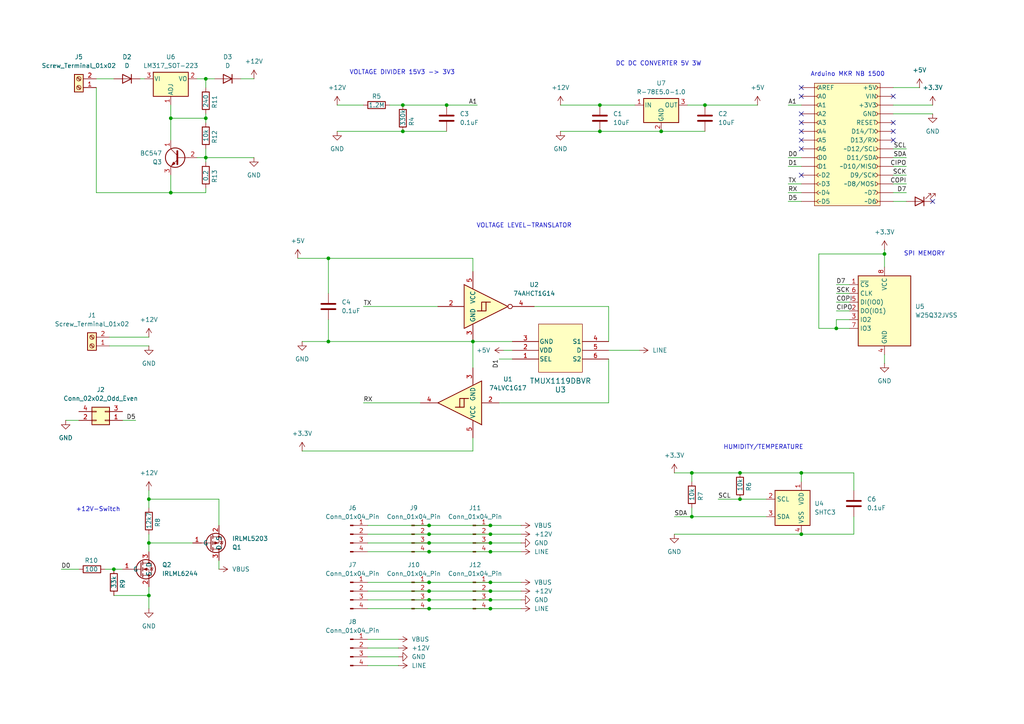
<source format=kicad_sch>
(kicad_sch (version 20250114) (generator "eeschema") (generator_version "9.0")
  (paper "A4")
  (title_block (title "Ryujin") (date "2024-12-21") (rev "17") (company "Julius-Maximilians-Universität Würzburg"))
  (lib_symbols
    (symbol "74xGxx:74AHCT1G14"
      (property "Reference" "U" (at 0 3.81 0))
      (property "Value" "74AHCT1G14" (at 0 -3.81 0))
      (symbol "74AHCT1G14_1_1"
        (pin input line (at -15.24 0 0) (length 7.62) (name "~") (number "2"))
        (pin no_connect line (at -7.62 5.08 180) (length 5.08) (hide yes) (name "NC") (number "1"))
        (pin power_in line (at -5.08 10.16 270) (length 5.08) (name "VCC") (number "5"))
        (pin power_in line (at -5.08 -10.16 90) (length 5.08) (name "GND") (number "3"))
        (pin output inverted (at 12.7 0 180) (length 7.62) (name "~") (number "4"))
      )
    )
    (symbol "74xGxx:74LVC1G17"
      (property "Reference" "U" (at 0 3.81 0))
      (property "Value" "74LVC1G17" (at 0 -3.81 0))
      (symbol "74LVC1G17_1_1"
        (pin input line (at -12.7 0 0) (length 5.08) (name "~") (number "2"))
        (pin no_connect line (at -7.62 5.08 180) (length 5.08) (hide yes) (name "NC") (number "1"))
        (pin power_in line (at -5.08 10.16 270) (length 5.08) (name "VCC") (number "5"))
        (pin power_in line (at -5.08 -10.16 90) (length 5.08) (name "GND") (number "3"))
        (pin output line (at 10.16 0 180) (length 5.08) (name "~") (number "4"))
      )
    )
    (symbol "Conn_01x14_Socket_1" (pin_numbers (hide yes)) (pin_names (offset 1.016))
      (property "Reference" "J3" (at 1.27 0.0001 0))
      (symbol "Conn_01x14_Socket_1_1_1"
        (pin passive line (at -5.08 15.24 0) (length 3.81) (name "AREF") (number "1"))
        (pin passive line (at -5.08 12.7 0) (length 3.81) (name "A0") (number "2"))
        (pin passive line (at -5.08 10.16 0) (length 3.81) (name "A1") (number "3"))
        (pin passive line (at -5.08 7.62 0) (length 3.81) (name "A2") (number "4"))
        (pin passive line (at -5.08 5.08 0) (length 3.81) (name "A3") (number "5"))
        (pin passive line (at -5.08 2.54 0) (length 3.81) (name "A4") (number "6"))
        (pin passive line (at -5.08 0 0) (length 3.81) (name "A5") (number "7"))
        (pin passive line (at -5.08 -2.54 0) (length 3.81) (name "A6") (number "8"))
        (pin passive line (at -5.08 -5.08 0) (length 3.81) (name "D0") (number "9"))
        (pin passive line (at -5.08 -7.62 0) (length 3.81) (name "D1") (number "10"))
        (pin passive line (at -5.08 -10.16 0) (length 3.81) (name "~D2") (number "11"))
        (pin passive line (at -5.08 -12.7 0) (length 3.81) (name "~D3") (number "12"))
        (pin passive line (at -5.08 -15.24 0) (length 3.81) (name "~D4") (number "13"))
        (pin passive line (at -5.08 -17.78 0) (length 3.81) (name "~D5") (number "14"))
      )
    )
    (symbol "Connector:Conn_01x04_Pin" (pin_names (offset 1.016) (hide yes))
      (property "Reference" "J" (at 0 5.08 0))
      (property "Value" "Conn_01x04_Pin" (at 0 -7.62 0))
      (symbol "Conn_01x04_Pin_1_1"
        (pin passive line (at 5.08 2.54 180) (length 3.81) (name "Pin_1") (number "1"))
        (pin passive line (at 5.08 0 180) (length 3.81) (name "Pin_2") (number "2"))
        (pin passive line (at 5.08 -2.54 180) (length 3.81) (name "Pin_3") (number "3"))
        (pin passive line (at 5.08 -5.08 180) (length 3.81) (name "Pin_4") (number "4"))
      )
    )
    (symbol "Connector:Conn_01x14_Socket" (pin_numbers (hide yes)) (pin_names (offset 1.016))
      (property "Reference" "J4" (at 1.27 0.0001 0))
      (property "Value" "Conn_01x14_Socket" (at 1.27 -2.5399 0))
      (symbol "Conn_01x14_Socket_1_1"
        (pin passive line (at -5.08 15.24 0) (length 3.81) (name "+5V") (number "1"))
        (pin passive line (at -5.08 12.7 0) (length 3.81) (name "VIN") (number "2"))
        (pin passive line (at -5.08 10.16 0) (length 3.81) (name "+3V3") (number "3"))
        (pin passive line (at -5.08 7.62 0) (length 3.81) (name "GND") (number "4"))
        (pin passive line (at -5.08 5.08 0) (length 3.81) (name "RESET") (number "5"))
        (pin passive line (at -5.08 2.54 0) (length 3.81) (name "D14/TX") (number "6"))
        (pin passive line (at -5.08 0 0) (length 3.81) (name "D13/RX") (number "7"))
        (pin passive line (at -5.08 -2.54 0) (length 3.81) (name "~D12/SCL") (number "8"))
        (pin passive line (at -5.08 -5.08 0) (length 3.81) (name "D11/SDA") (number "9"))
        (pin passive line (at -5.08 -7.62 0) (length 3.81) (name "~D10/MISO") (number "10"))
        (pin passive line (at -5.08 -10.16 0) (length 3.81) (name "D9/SCK") (number "11"))
        (pin passive line (at -5.08 -12.7 0) (length 3.81) (name "~D8/MOSI") (number "12"))
        (pin passive line (at -5.08 -15.24 0) (length 3.81) (name "~D7") (number "13"))
        (pin passive line (at -5.08 -17.78 0) (length 3.81) (name "~D6") (number "14"))
      )
    )
    (symbol "Connector:Screw_Terminal_01x02" (pin_names (offset 1.016) (hide yes))
      (property "Reference" "J" (at 0 2.54 0))
      (property "Value" "Screw_Terminal_01x02" (at 0 -5.08 0))
      (symbol "Screw_Terminal_01x02_1_1"
        (pin passive line (at -5.08 0 0) (length 3.81) (name "Pin_1") (number "1"))
        (pin passive line (at -5.08 -2.54 0) (length 3.81) (name "Pin_2") (number "2"))
      )
    )
    (symbol "Connector_Generic:Conn_02x02_Odd_Even" (pin_names (offset 1.016) (hide yes))
      (property "Reference" "J" (at 1.27 2.54 0))
      (property "Value" "Conn_02x02_Odd_Even" (at 1.27 -5.08 0))
      (symbol "Conn_02x02_Odd_Even_1_1"
        (pin passive line (at -5.08 0 0) (length 3.81) (name "Pin_1") (number "1"))
        (pin passive line (at -5.08 -2.54 0) (length 3.81) (name "Pin_3") (number "3"))
        (pin passive line (at 7.62 0 180) (length 3.81) (name "Pin_2") (number "2"))
        (pin passive line (at 7.62 -2.54 180) (length 3.81) (name "Pin_4") (number "4"))
      )
    )
    (symbol "Device:C" (pin_numbers (hide yes)) (pin_names (offset 0.254))
      (property "Reference" "C" (at 0.635 2.54 0))
      (property "Value" "C" (at 0.635 -2.54 0))
      (symbol "C_1_1"
        (pin passive line (at 0 3.81 270) (length 2.794) (name "~") (number "1"))
        (pin passive line (at 0 -3.81 90) (length 2.794) (name "~") (number "2"))
      )
    )
    (symbol "Device:D" (pin_numbers (hide yes)) (pin_names (offset 1.016) (hide yes))
      (property "Reference" "D" (at 0 2.54 0))
      (property "Value" "D" (at 0 -2.54 0))
      (symbol "D_1_1"
        (pin passive line (at -3.81 0 0) (length 2.54) (name "K") (number "1"))
        (pin passive line (at 3.81 0 180) (length 2.54) (name "A") (number "2"))
      )
    )
    (symbol "Device:LED" (pin_numbers (hide yes)) (pin_names (offset 1.016) (hide yes))
      (property "Reference" "D" (at 0 2.54 0))
      (property "Value" "LED" (at 0 -2.54 0))
      (symbol "LED_1_1"
        (pin passive line (at -3.81 0 0) (length 2.54) (name "K") (number "1"))
        (pin passive line (at 3.81 0 180) (length 2.54) (name "A") (number "2"))
      )
    )
    (symbol "Device:R" (pin_numbers (hide yes)) (pin_names (offset 0))
      (property "Reference" "R" (at 2.032 0 90))
      (property "Value" "R" (at 0 0 90))
      (symbol "R_1_1"
        (pin passive line (at 0 3.81 270) (length 1.27) (name "~") (number "1"))
        (pin passive line (at 0 -3.81 90) (length 1.27) (name "~") (number "2"))
      )
    )
    (symbol "Memory_Flash:W25Q32JVSS"
      (property "Reference" "U" (at -6.35 11.43 0))
      (property "Value" "W25Q32JVSS" (at 7.62 11.43 0))
      (symbol "W25Q32JVSS_1_1"
        (pin input line (at -10.16 7.62 0) (length 2.54) (name "~{CS}") (number "1"))
        (pin input line (at -10.16 5.08 0) (length 2.54) (name "CLK") (number "6"))
        (pin bidirectional line (at -10.16 2.54 0) (length 2.54) (name "DI(IO0)") (number "5"))
        (pin bidirectional line (at -10.16 0 0) (length 2.54) (name "DO(IO1)") (number "2"))
        (pin bidirectional line (at -10.16 -2.54 0) (length 2.54) (name "IO2") (number "3"))
        (pin bidirectional line (at -10.16 -5.08 0) (length 2.54) (name "IO3") (number "7"))
        (pin power_in line (at 0 12.7 270) (length 2.54) (name "VCC") (number "8"))
        (pin power_in line (at 0 -12.7 90) (length 2.54) (name "GND") (number "4"))
      )
    )
    (symbol "Regulator_Linear:LM317_SOT-223" (pin_names (offset 0.254))
      (property "Reference" "U" (at -3.81 3.175 0))
      (property "Value" "LM317_SOT-223" (at 0 3.175 0))
      (symbol "LM317_SOT-223_1_1"
        (pin power_in line (at -7.62 0 0) (length 2.54) (name "VI") (number "3"))
        (pin input line (at 0 -7.62 90) (length 2.54) (name "ADJ") (number "1"))
        (pin power_out line (at 7.62 0 180) (length 2.54) (name "VO") (number "2"))
      )
    )
    (symbol "Regulator_Switching:R-78E5.0-1.0" (pin_names (offset 0.254))
      (property "Reference" "U" (at -3.81 3.175 0))
      (property "Value" "R-78E5.0-1.0" (at 0 3.175 0))
      (symbol "R-78E5.0-1.0_1_1"
        (pin power_in line (at -7.62 0 0) (length 2.54) (name "IN") (number "1"))
        (pin power_in line (at 0 -7.62 90) (length 2.54) (name "GND") (number "2"))
        (pin power_out line (at 7.62 0 180) (length 2.54) (name "OUT") (number "3"))
      )
    )
    (symbol "Sensor_Humidity:SHTC3"
      (property "Reference" "U" (at -3.81 6.35 0))
      (property "Value" "SHTC3" (at -2.54 -6.35 0))
      (symbol "SHTC3_1_1"
        (pin input line (at -7.62 2.54 0) (length 2.54) (name "SCL") (number "2"))
        (pin bidirectional line (at -7.62 -2.54 0) (length 2.54) (name "SDA") (number "3"))
        (pin power_in line (at 2.54 7.62 270) (length 2.54) (name "VDD") (number "1"))
        (pin power_in line (at 2.54 -7.62 90) (length 2.54) (name "VSS") (number "4"))
        (pin no_connect line (at 5.08 0 180) (length 2.54) (hide yes) (name "NC") (number "5"))
      )
    )
    (symbol "TMUXDBV:TMUX1119DBVR" (pin_names (offset 0.254))
      (property "Reference" "U" (at 14.224 8.128 0))
      (property "Value" "TMUX1119DBVR" (at 14.224 5.588 0))
      (symbol "TMUX1119DBVR_0_1"
        (pin input line (at 0 0 0) (length 7.62) (name "SEL") (number "1"))
        (pin power_in line (at 0 -2.54 0) (length 7.62) (name "VDD") (number "2"))
        (pin power_out line (at 0 -5.08 0) (length 7.62) (name "GND") (number "3"))
        (pin bidirectional line (at 27.94 0 180) (length 7.62) (name "S2") (number "6"))
        (pin bidirectional line (at 27.94 -2.54 180) (length 7.62) (name "D") (number "5"))
        (pin bidirectional line (at 27.94 -5.08 180) (length 7.62) (name "S1") (number "4"))
      )
    )
    (symbol "Transistor_BJT:BC547" (pin_names (offset 0) (hide yes))
      (property "Reference" "Q" (at 5.08 1.905 0))
      (property "Value" "BC547" (at 5.08 0 0))
      (symbol "BC547_1_1"
        (pin input line (at -5.08 0 0) (length 2.54) (name "B") (number "2"))
        (pin passive line (at 2.54 5.08 270) (length 2.54) (name "C") (number "1"))
        (pin passive line (at 2.54 -5.08 90) (length 2.54) (name "E") (number "3"))
      )
    )
    (symbol "Transistor_FET:IRLML5203"
      (property "Reference" "Q" (at 5.08 1.905 0))
      (property "Value" "IRLML5203" (at 5.08 0 0))
      (symbol "IRLML5203_1_1"
        (pin input line (at -5.08 0 0) (length 2.54) (name "G") (number "1"))
        (pin passive line (at 2.54 5.08 270) (length 2.54) (name "D") (number "3"))
        (pin passive line (at 2.54 -5.08 90) (length 2.54) (name "S") (number "2"))
      )
    )
    (symbol "Transistor_FET:IRLML6244"
      (property "Reference" "Q" (at 5.08 1.905 0))
      (property "Value" "IRLML6244" (at 5.08 0 0))
      (symbol "IRLML6244_1_1"
        (pin input line (at -5.08 0 0) (length 2.54) (name "G") (number "1"))
        (pin passive line (at 2.54 5.08 270) (length 2.54) (name "D") (number "3"))
        (pin passive line (at 2.54 -5.08 90) (length 2.54) (name "S") (number "2"))
      )
    )
    (symbol "power:+12V" (power) (pin_numbers (hide yes)) (pin_names (offset 0) (hide yes))
      (property "Value" "+12V" (at 0 3.556 0))
      (symbol "+12V_1_1"
        (pin power_in line (at 0 0 90) (length 0) (name "~") (number "1"))
      )
    )
    (symbol "power:+3.3V" (power) (pin_numbers (hide yes)) (pin_names (offset 0) (hide yes))
      (property "Value" "+3.3V" (at 0 3.556 0))
      (symbol "+3.3V_1_1"
        (pin power_in line (at 0 0 90) (length 0) (name "~") (number "1"))
      )
    )
    (symbol "power:+5V" (power) (pin_numbers (hide yes)) (pin_names (offset 0) (hide yes))
      (property "Value" "+5V" (at 0 3.556 0))
      (symbol "+5V_1_1"
        (pin power_in line (at 0 0 90) (length 0) (name "~") (number "1"))
      )
    )
    (symbol "power:GND" (power) (pin_numbers (hide yes)) (pin_names (offset 0) (hide yes))
      (property "Value" "GND" (at 0 -3.81 0))
      (symbol "GND_1_1"
        (pin power_in line (at 0 0 270) (length 0) (name "~") (number "1"))
      )
    )
    (symbol "power:LINE" (power) (pin_numbers (hide yes)) (pin_names (offset 0) (hide yes))
      (property "Value" "LINE" (at 0 3.556 0))
      (symbol "LINE_1_1"
        (pin power_in line (at 0 0 90) (length 0) (name "~") (number "1"))
      )
    )
    (symbol "power:VBUS" (power) (pin_numbers (hide yes)) (pin_names (offset 0) (hide yes))
      (property "Value" "VBUS" (at 0 3.556 0))
      (symbol "VBUS_1_1"
        (pin power_in line (at 0 0 90) (length 0) (name "~") (number "1"))
      )
    )
  )
  (rectangle (start 236.22 24.13) (end 255.27 59.69) (stroke (width 0) (color 132 0 0 1)) (fill (type color) (color 255 255 194 1)))
  (text "HUMIDITY/TEMPERATURE" (at 209.804 129.794 0) (effects (font (size 1.27 1.27)) (justify left)))
  (text "+12V-Switch" (at 28.448 147.828 0) (effects (font (size 1.27 1.27))))
  (text "VOLTAGE LEVEL-TRANSLATOR" (at 138.176 65.532 0) (effects (font (size 1.27 1.27)) (justify left)))
  (text "VOLTAGE DIVIDER 15V3 -> 3V3" (at 101.346 21.082 0) (effects (font (size 1.27 1.27)) (justify left)))
  (text "SPI MEMORY" (at 262.128 73.66 0) (effects (font (size 1.27 1.27)) (justify left)))
  (text "Arduino MKR NB 1500" (at 245.872 21.59 0) (effects (font (size 1.27 1.27))))
  (text "DC DC CONVERTER 5V 3W" (at 178.562 18.542 0) (effects (font (size 1.27 1.27)) (justify left)))
  (junction (at 142.24 152.4))
  (junction (at 95.25 99.06))
  (junction (at 242.57 95.25))
  (junction (at 142.24 154.94))
  (junction (at 49.53 34.29))
  (junction (at 49.53 55.88))
  (junction (at 59.69 22.86))
  (junction (at 129.54 30.48))
  (junction (at 142.24 176.53))
  (junction (at 59.69 45.72))
  (junction (at 43.18 157.48))
  (junction (at 214.63 137.16))
  (junction (at 142.24 160.02))
  (junction (at 142.24 168.91))
  (junction (at 191.77 38.1))
  (junction (at 173.99 30.48))
  (junction (at 116.84 30.48))
  (junction (at 204.47 30.48))
  (junction (at 142.24 173.99))
  (junction (at 124.46 157.48))
  (junction (at 124.46 160.02))
  (junction (at 124.46 176.53))
  (junction (at 116.84 38.1))
  (junction (at 95.25 74.93))
  (junction (at 256.54 73.66))
  (junction (at 43.18 172.72))
  (junction (at 124.46 154.94))
  (junction (at 124.46 171.45))
  (junction (at 124.46 173.99))
  (junction (at 43.18 144.78))
  (junction (at 137.16 99.06))
  (junction (at 200.66 137.16))
  (junction (at 232.41 137.16))
  (junction (at 124.46 168.91))
  (junction (at 142.24 171.45))
  (junction (at 214.63 144.78))
  (junction (at 232.41 154.94))
  (junction (at 59.69 34.29))
  (junction (at 124.46 152.4))
  (junction (at 33.02 165.1))
  (junction (at 142.24 157.48))
  (junction (at 200.66 149.86))
  (junction (at 173.99 38.1))
  (no_connect (at 232.41 50.8))
  (no_connect (at 232.41 33.02))
  (no_connect (at 259.08 27.94))
  (no_connect (at 232.41 25.4))
  (no_connect (at 270.51 58.42))
  (no_connect (at 232.41 40.64))
  (no_connect (at 259.08 40.64))
  (no_connect (at 232.41 43.18))
  (no_connect (at 232.41 27.94))
  (no_connect (at 259.08 38.1))
  (no_connect (at 232.41 35.56))
  (no_connect (at 259.08 35.56))
  (no_connect (at 232.41 38.1))
  (wire (pts (xy 43.18 144.78) (xy 43.18 147.32)))
  (wire (pts (xy 256.54 102.87) (xy 256.54 105.41)))
  (wire (pts (xy 33.02 172.72) (xy 43.18 172.72)))
  (wire (pts (xy 266.7 25.4) (xy 259.08 25.4)))
  (wire (pts (xy 142.24 173.99) (xy 151.13 173.99)))
  (wire (pts (xy 199.39 30.48) (xy 204.47 30.48)))
  (wire (pts (xy 27.94 22.86) (xy 33.02 22.86)))
  (wire (pts (xy 97.79 38.1) (xy 116.84 38.1)))
  (wire (pts (xy 195.58 137.16) (xy 200.66 137.16)))
  (wire (pts (xy 137.16 74.93) (xy 137.16 78.74)))
  (wire (pts (xy 137.16 99.06) (xy 137.16 106.68)))
  (wire (pts (xy 59.69 34.29) (xy 59.69 35.56)))
  (wire (pts (xy 247.65 142.24) (xy 247.65 137.16)))
  (wire (pts (xy 142.24 160.02) (xy 151.13 160.02)))
  (wire (pts (xy 232.41 154.94) (xy 247.65 154.94)))
  (wire (pts (xy 124.46 152.4) (xy 142.24 152.4)))
  (wire (pts (xy 246.38 92.71) (xy 242.57 92.71)))
  (wire (pts (xy 232.41 154.94) (xy 195.58 154.94)))
  (wire (pts (xy 59.69 22.86) (xy 59.69 25.4)))
  (wire (pts (xy 59.69 33.02) (xy 59.69 34.29)))
  (wire (pts (xy 262.89 50.8) (xy 259.08 50.8)))
  (wire (pts (xy 106.68 171.45) (xy 124.46 171.45)))
  (wire (pts (xy 105.41 116.84) (xy 121.92 116.84)))
  (wire (pts (xy 106.68 176.53) (xy 124.46 176.53)))
  (wire (pts (xy 142.24 171.45) (xy 151.13 171.45)))
  (wire (pts (xy 40.64 22.86) (xy 41.91 22.86)))
  (wire (pts (xy 116.84 38.1) (xy 129.54 38.1)))
  (wire (pts (xy 176.53 88.9) (xy 176.53 99.06)))
  (wire (pts (xy 137.16 127) (xy 137.16 130.81)))
  (wire (pts (xy 176.53 104.14) (xy 176.53 116.84)))
  (wire (pts (xy 106.68 154.94) (xy 124.46 154.94)))
  (wire (pts (xy 43.18 154.94) (xy 43.18 157.48)))
  (wire (pts (xy 113.03 30.48) (xy 116.84 30.48)))
  (wire (pts (xy 262.89 45.72) (xy 259.08 45.72)))
  (wire (pts (xy 105.41 88.9) (xy 127 88.9)))
  (wire (pts (xy 242.57 90.17) (xy 246.38 90.17)))
  (wire (pts (xy 144.78 104.14) (xy 148.59 104.14)))
  (wire (pts (xy 19.05 121.92) (xy 22.86 121.92)))
  (wire (pts (xy 173.99 30.48) (xy 184.15 30.48)))
  (wire (pts (xy 237.49 73.66) (xy 256.54 73.66)))
  (wire (pts (xy 17.78 165.1) (xy 22.86 165.1)))
  (wire (pts (xy 43.18 97.79) (xy 31.75 97.79)))
  (wire (pts (xy 146.05 101.6) (xy 148.59 101.6)))
  (wire (pts (xy 247.65 137.16) (xy 232.41 137.16)))
  (wire (pts (xy 57.15 45.72) (xy 59.69 45.72)))
  (wire (pts (xy 43.18 157.48) (xy 55.88 157.48)))
  (wire (pts (xy 59.69 54.61) (xy 59.69 55.88)))
  (wire (pts (xy 49.53 34.29) (xy 59.69 34.29)))
  (wire (pts (xy 106.68 173.99) (xy 124.46 173.99)))
  (wire (pts (xy 200.66 147.32) (xy 200.66 149.86)))
  (wire (pts (xy 200.66 149.86) (xy 222.25 149.86)))
  (wire (pts (xy 228.6 48.26) (xy 232.41 48.26)))
  (wire (pts (xy 142.24 154.94) (xy 151.13 154.94)))
  (wire (pts (xy 39.37 121.92) (xy 35.56 121.92)))
  (wire (pts (xy 95.25 74.93) (xy 137.16 74.93)))
  (wire (pts (xy 256.54 72.39) (xy 256.54 73.66)))
  (wire (pts (xy 242.57 92.71) (xy 242.57 95.25)))
  (wire (pts (xy 195.58 149.86) (xy 200.66 149.86)))
  (wire (pts (xy 124.46 168.91) (xy 142.24 168.91)))
  (wire (pts (xy 63.5 162.56) (xy 63.5 165.1)))
  (wire (pts (xy 43.18 142.24) (xy 43.18 144.78)))
  (wire (pts (xy 237.49 95.25) (xy 237.49 73.66)))
  (wire (pts (xy 106.68 152.4) (xy 124.46 152.4)))
  (wire (pts (xy 49.53 34.29) (xy 49.53 40.64)))
  (wire (pts (xy 106.68 168.91) (xy 124.46 168.91)))
  (wire (pts (xy 270.51 33.02) (xy 259.08 33.02)))
  (wire (pts (xy 63.5 152.4) (xy 63.5 144.78)))
  (wire (pts (xy 142.24 157.48) (xy 151.13 157.48)))
  (wire (pts (xy 31.75 100.33) (xy 43.18 100.33)))
  (wire (pts (xy 247.65 149.86) (xy 247.65 154.94)))
  (wire (pts (xy 142.24 168.91) (xy 151.13 168.91)))
  (wire (pts (xy 124.46 176.53) (xy 142.24 176.53)))
  (wire (pts (xy 49.53 50.8) (xy 49.53 55.88)))
  (wire (pts (xy 228.6 30.48) (xy 232.41 30.48)))
  (wire (pts (xy 204.47 30.48) (xy 219.71 30.48)))
  (wire (pts (xy 106.68 157.48) (xy 124.46 157.48)))
  (wire (pts (xy 246.38 82.55) (xy 242.57 82.55)))
  (wire (pts (xy 237.49 95.25) (xy 242.57 95.25)))
  (wire (pts (xy 106.68 190.5) (xy 115.57 190.5)))
  (wire (pts (xy 57.15 22.86) (xy 59.69 22.86)))
  (wire (pts (xy 87.63 99.06) (xy 95.25 99.06)))
  (wire (pts (xy 69.85 22.86) (xy 73.66 22.86)))
  (wire (pts (xy 214.63 137.16) (xy 232.41 137.16)))
  (wire (pts (xy 43.18 170.18) (xy 43.18 172.72)))
  (wire (pts (xy 242.57 87.63) (xy 246.38 87.63)))
  (wire (pts (xy 95.25 99.06) (xy 137.16 99.06)))
  (wire (pts (xy 270.51 30.48) (xy 259.08 30.48)))
  (wire (pts (xy 228.6 45.72) (xy 232.41 45.72)))
  (wire (pts (xy 214.63 144.78) (xy 222.25 144.78)))
  (wire (pts (xy 256.54 73.66) (xy 256.54 77.47)))
  (wire (pts (xy 129.54 30.48) (xy 138.43 30.48)))
  (wire (pts (xy 59.69 22.86) (xy 62.23 22.86)))
  (wire (pts (xy 137.16 99.06) (xy 148.59 99.06)))
  (wire (pts (xy 162.56 38.1) (xy 173.99 38.1)))
  (wire (pts (xy 124.46 160.02) (xy 142.24 160.02)))
  (wire (pts (xy 124.46 171.45) (xy 142.24 171.45)))
  (wire (pts (xy 262.89 48.26) (xy 259.08 48.26)))
  (wire (pts (xy 106.68 187.96) (xy 115.57 187.96)))
  (wire (pts (xy 228.6 58.42) (xy 232.41 58.42)))
  (wire (pts (xy 86.36 74.93) (xy 95.25 74.93)))
  (wire (pts (xy 33.02 165.1) (xy 35.56 165.1)))
  (wire (pts (xy 142.24 176.53) (xy 151.13 176.53)))
  (wire (pts (xy 95.25 92.71) (xy 95.25 99.06)))
  (wire (pts (xy 200.66 137.16) (xy 200.66 139.7)))
  (wire (pts (xy 49.53 30.48) (xy 49.53 34.29)))
  (wire (pts (xy 124.46 173.99) (xy 142.24 173.99)))
  (wire (pts (xy 232.41 137.16) (xy 232.41 139.7)))
  (wire (pts (xy 106.68 160.02) (xy 124.46 160.02)))
  (wire (pts (xy 173.99 38.1) (xy 191.77 38.1)))
  (wire (pts (xy 116.84 30.48) (xy 129.54 30.48)))
  (wire (pts (xy 208.28 144.78) (xy 214.63 144.78)))
  (wire (pts (xy 95.25 74.93) (xy 95.25 85.09)))
  (wire (pts (xy 124.46 157.48) (xy 142.24 157.48)))
  (wire (pts (xy 154.94 88.9) (xy 176.53 88.9)))
  (wire (pts (xy 59.69 45.72) (xy 73.66 45.72)))
  (wire (pts (xy 144.78 116.84) (xy 176.53 116.84)))
  (wire (pts (xy 63.5 144.78) (xy 43.18 144.78)))
  (wire (pts (xy 59.69 43.18) (xy 59.69 45.72)))
  (wire (pts (xy 242.57 95.25) (xy 246.38 95.25)))
  (wire (pts (xy 191.77 38.1) (xy 204.47 38.1)))
  (wire (pts (xy 162.56 30.48) (xy 173.99 30.48)))
  (wire (pts (xy 176.53 101.6) (xy 185.42 101.6)))
  (wire (pts (xy 49.53 55.88) (xy 59.69 55.88)))
  (wire (pts (xy 262.89 43.18) (xy 259.08 43.18)))
  (wire (pts (xy 228.6 53.34) (xy 232.41 53.34)))
  (wire (pts (xy 27.94 55.88) (xy 49.53 55.88)))
  (wire (pts (xy 106.68 193.04) (xy 115.57 193.04)))
  (wire (pts (xy 262.89 58.42) (xy 259.08 58.42)))
  (wire (pts (xy 87.63 130.81) (xy 137.16 130.81)))
  (wire (pts (xy 228.6 55.88) (xy 232.41 55.88)))
  (wire (pts (xy 246.38 85.09) (xy 242.57 85.09)))
  (wire (pts (xy 97.79 30.48) (xy 105.41 30.48)))
  (wire (pts (xy 142.24 152.4) (xy 151.13 152.4)))
  (wire (pts (xy 30.48 165.1) (xy 33.02 165.1)))
  (wire (pts (xy 262.89 55.88) (xy 259.08 55.88)))
  (wire (pts (xy 43.18 157.48) (xy 43.18 160.02)))
  (wire (pts (xy 124.46 154.94) (xy 142.24 154.94)))
  (wire (pts (xy 106.68 185.42) (xy 115.57 185.42)))
  (wire (pts (xy 200.66 137.16) (xy 214.63 137.16)))
  (wire (pts (xy 59.69 45.72) (xy 59.69 46.99)))
  (wire (pts (xy 27.94 25.4) (xy 27.94 55.88)))
  (wire (pts (xy 262.89 53.34) (xy 259.08 53.34)))
  (wire (pts (xy 43.18 172.72) (xy 43.18 176.53)))
  (label "SCK" (at 262.89 50.8 180))
  (label "D0" (at 228.6 45.72 0))
  (label "D7" (at 242.57 82.55 0))
  (label "D5" (at 39.37 121.92 180))
  (label "COPI" (at 242.57 87.63 0))
  (label "D0" (at 17.78 165.1 0))
  (label "SCL" (at 208.28 144.78 0))
  (label "SCK" (at 242.57 85.09 0))
  (label "CIPO" (at 262.89 48.26 180))
  (label "TX" (at 228.6 53.34 0))
  (label "COPI" (at 262.89 53.34 180))
  (label "RX" (at 228.6 55.88 0))
  (label "D1" (at 144.78 104.14 270))
  (label "SDA" (at 262.89 45.72 180))
  (label "A1" (at 228.6 30.48 0))
  (label "SDA" (at 195.58 149.86 0))
  (label "D1" (at 228.6 48.26 0))
  (label "TX" (at 105.41 88.9 0))
  (label "SCL" (at 262.89 43.18 180))
  (label "D5" (at 228.6 58.42 0))
  (label "RX" (at 105.41 116.84 0))
  (label "A1" (at 138.43 30.48 180))
  (label "CIPO" (at 242.57 90.17 0))
  (label "D7" (at 262.89 55.88 180))
  (symbol (lib_id "TMUXDBV:TMUX1119DBVR") (at 148.59 104.14 0) (mirror x) (unit 1)
    (property "Reference" "U3" (at 162.56 113.03 0) (effects (font (size 1.524 1.524))))
    (property "Value" "TMUX1119DBVR" (at 162.56 110.49 0) (effects (font (size 1.524 1.524))))
    (property "Footprint" "footprints:TMUXDBVR" (effects (hide yes)))
    (property "Datasheet" "../../docs/tmux1119.pdf" (effects (hide yes)))
  )
  (symbol (lib_id "power:VBUS") (at 151.13 168.91 270) (unit 1)
    (property "Reference" "#PWR033" (effects (hide yes)))
    (property "Value" "VBUS" (at 154.94 168.9099 90) (effects (justify left)))
    (property "Description" "Power symbol creates a global label with name \"VBUS\"" (effects (hide yes)))
  )
  (symbol (lib_id "power:+12V") (at 73.66 22.86 0) (unit 1)
    (property "Reference" "#PWR026" (effects (hide yes)))
    (property "Value" "+12V" (at 73.66 17.78 0))
    (property "Description" "Power symbol creates a global label with name \"+12V\"" (effects (hide yes)))
  )
  (symbol (lib_id "power:+5V") (at 86.36 74.93 0) (unit 1)
    (property "Reference" "#PWR05" (effects (hide yes)))
    (property "Value" "+5V" (at 86.36 69.85 0))
    (property "Description" "Power symbol creates a global label with name \"+5V\"" (effects (hide yes)))
  )
  (symbol (lib_id "power:+5V") (at 266.7 25.4 0) (unit 1)
    (property "Reference" "#PWR07" (effects (hide yes)))
    (property "Value" "+5V" (at 266.7 20.32 0))
    (property "Description" "Power symbol creates a global label with name \"+5V\"" (effects (hide yes)))
  )
  (symbol (lib_id "power:GND") (at 151.13 157.48 90) (unit 1)
    (property "Reference" "#PWR031" (effects (hide yes)))
    (property "Value" "GND" (at 154.94 157.4799 90) (effects (justify right)))
    (property "Description" "Power symbol creates a global label with name \"GND\" , ground" (effects (hide yes)))
  )
  (symbol (lib_id "power:GND") (at 195.58 154.94 0) (unit 1)
    (property "Reference" "#PWR013" (effects (hide yes)))
    (property "Value" "GND" (at 195.58 160.02 0))
    (property "Description" "Power symbol creates a global label with name \"GND\" , ground" (effects (hide yes)))
  )
  (symbol (lib_id "power:GND") (at 270.51 33.02 0) (unit 1)
    (property "Reference" "#PWR014" (effects (hide yes)))
    (property "Value" "GND" (at 270.51 38.1 0))
    (property "Description" "Power symbol creates a global label with name \"GND\" , ground" (effects (hide yes)))
  )
  (symbol (lib_id "Device:R") (at 59.69 29.21 0) (unit 1)
    (property "Reference" "R11" (at 62.23 31.496 90) (effects (justify left)))
    (property "Value" "240" (at 59.69 31.242 90) (effects (justify left)))
    (property "Footprint" "Resistor_SMD:R_0603_1608Metric" (effects (hide yes)))
    (property "Description" "Resistor" (effects (hide yes)))
    (property "MPN" "240 0603" (effects (hide yes)))
  )
  (symbol (lib_id "Device:R") (at 59.69 39.37 0) (unit 1)
    (property "Reference" "R12" (at 62.23 41.656 90) (effects (justify left)))
    (property "Value" "10k" (at 59.69 41.148 90) (effects (justify left)))
    (property "Footprint" "Resistor_SMD:R_0603_1608Metric" (effects (hide yes)))
    (property "Description" "Resistor" (effects (hide yes)))
    (property "MPN" "10k 0603" (effects (hide yes)))
  )
  (symbol (lib_id "Connector:Conn_01x04_Pin") (at 101.6 171.45 0) (unit 1)
    (property "Reference" "J7" (at 102.235 163.83 0))
    (property "Value" "Conn_01x04_Pin" (at 102.235 166.37 0))
    (property "Footprint" "footprints:SDI_Connector" (effects (hide yes)))
    (property "Description" "Generic connector, single row, 01x04, script generated" (effects (hide yes)))
  )
  (symbol (lib_id "Connector_Generic:Conn_02x02_Odd_Even") (at 30.48 121.92 180) (unit 1)
    (property "Reference" "J2" (at 29.21 113.03 0))
    (property "Value" "Conn_02x02_Odd_Even" (at 29.21 115.57 0))
    (property "Footprint" "Connector_PinHeader_2.54mm:PinHeader_2x02_P2.54mm_Vertical" (effects (hide yes)))
    (property "Description" "Generic connector, double row, 02x02, odd/even pin numbering scheme (row 1 odd numbers, row 2 even numbers), script generated (kicad-library-utils/schlib/autogen/connector/)" (effects (hide yes)))
    (property "MPN" "826632-2" (effects (hide yes)))
  )
  (symbol (lib_id "Memory_Flash:W25Q32JVSS") (at 256.54 90.17 0) (unit 1)
    (property "Reference" "U5" (at 265.43 88.8999 0) (effects (justify left)))
    (property "Value" "W25Q32JVSS" (at 265.43 91.4399 0) (effects (justify left)))
    (property "Footprint" "Package_SO:SOIC-8_5.23x5.23mm_P1.27mm" (effects (hide yes)))
    (property "Datasheet" "../../docs/w25q32jv revg 03272018 plus.pdf" (effects (hide yes)))
    (property "Description" "32Mb Serial Flash Memory, Standard/Dual/Quad SPI, SOIC-8" (effects (hide yes)))
    (property "MPN" "W25Q32JVSSIQ TR" (effects (hide yes)))
  )
  (symbol (lib_id "Device:R") (at 214.63 140.97 180) (unit 1)
    (property "Reference" "R6" (at 217.17 142.494 90) (effects (justify right)))
    (property "Value" "10k" (at 214.63 142.494 90) (effects (justify right)))
    (property "Footprint" "Resistor_SMD:R_0603_1608Metric" (effects (hide yes)))
    (property "Description" "Resistor" (effects (hide yes)))
    (property "MPN" "10k 0603" (effects (hide yes)))
  )
  (symbol (lib_id "power:+3.3V") (at 256.54 72.39 0) (unit 1)
    (property "Reference" "#PWR016" (effects (hide yes)))
    (property "Value" "+3.3V" (at 256.54 67.31 0))
    (property "Description" "Power symbol creates a global label with name \"+3.3V\"" (effects (hide yes)))
  )
  (symbol (lib_id "power:GND") (at 256.54 105.41 0) (unit 1)
    (property "Reference" "#PWR03" (effects (hide yes)))
    (property "Value" "GND" (at 256.54 110.49 0))
    (property "Description" "Power symbol creates a global label with name \"GND\" , ground" (effects (hide yes)))
  )
  (symbol (lib_id "Device:D") (at 66.04 22.86 180) (unit 1)
    (property "Reference" "D3" (at 66.04 16.51 0))
    (property "Value" "D" (at 66.04 19.05 0))
    (property "Footprint" "Diode_SMD:D_0201_0603Metric" (effects (hide yes)))
    (property "Description" "Diode" (effects (hide yes)))
    (property "Sim.Device" "D" (effects (hide yes)))
    (property "Sim.Pins" "1=K 2=A" (effects (hide yes)))
  )
  (symbol (lib_id "power:+12V") (at 151.13 154.94 270) (unit 1)
    (property "Reference" "#PWR030" (effects (hide yes)))
    (property "Value" "+12V" (at 154.94 154.9399 90) (effects (justify left)))
    (property "Description" "Power symbol creates a global label with name \"+12V\"" (effects (hide yes)))
  )
  (symbol (lib_id "power:+3.3V") (at 87.63 130.81 0) (unit 1)
    (property "Reference" "#PWR017" (effects (hide yes)))
    (property "Value" "+3.3V" (at 87.63 125.73 0))
    (property "Description" "Power symbol creates a global label with name \"+3.3V\"" (effects (hide yes)))
  )
  (symbol (lib_id "power:LINE") (at 185.42 101.6 270) (unit 1)
    (property "Reference" "#PWR025" (effects (hide yes)))
    (property "Value" "LINE" (at 189.23 101.5999 90) (effects (justify left)))
    (property "Description" "Power symbol creates a global label with name \"LINE\"" (effects (hide yes)))
  )
  (symbol (lib_id "power:+5V") (at 219.71 30.48 0) (unit 1)
    (property "Reference" "#PWR024" (effects (hide yes)))
    (property "Value" "+5V" (at 219.71 25.4 0))
    (property "Description" "Power symbol creates a global label with name \"+5V\"" (effects (hide yes)))
  )
  (symbol (lib_id "power:GND") (at 43.18 100.33 0) (unit 1)
    (property "Reference" "#PWR02" (effects (hide yes)))
    (property "Value" "GND" (at 43.18 105.41 0))
    (property "Description" "Power symbol creates a global label with name \"GND\" , ground" (effects (hide yes)))
  )
  (symbol (lib_id "Connector:Conn_01x04_Pin") (at 119.38 154.94 0) (unit 1)
    (property "Reference" "J9" (at 120.015 147.32 0))
    (property "Value" "Conn_01x04_Pin" (at 120.015 149.86 0))
    (property "Footprint" "footprints:SDI_Connector" (effects (hide yes)))
    (property "Description" "Generic connector, single row, 01x04, script generated" (effects (hide yes)))
  )
  (symbol (lib_id "power:GND") (at 151.13 173.99 90) (unit 1)
    (property "Reference" "#PWR035" (effects (hide yes)))
    (property "Value" "GND" (at 154.94 173.9899 90) (effects (justify right)))
    (property "Description" "Power symbol creates a global label with name \"GND\" , ground" (effects (hide yes)))
  )
  (symbol (lib_id "power:GND") (at 97.79 38.1 0) (unit 1)
    (property "Reference" "#PWR09" (effects (hide yes)))
    (property "Value" "GND" (at 97.79 43.18 0))
    (property "Description" "Power symbol creates a global label with name \"GND\" , ground" (effects (hide yes)))
  )
  (symbol (lib_id "Device:D") (at 36.83 22.86 180) (unit 1)
    (property "Reference" "D2" (at 36.83 16.51 0))
    (property "Value" "D" (at 36.83 19.05 0))
    (property "Footprint" "Diode_SMD:D_0201_0603Metric" (effects (hide yes)))
    (property "Description" "Diode" (effects (hide yes)))
    (property "Sim.Device" "D" (effects (hide yes)))
    (property "Sim.Pins" "1=K 2=A" (effects (hide yes)))
  )
  (symbol (lib_id "Connector:Conn_01x04_Pin") (at 101.6 187.96 0) (unit 1)
    (property "Reference" "J8" (at 102.235 180.34 0))
    (property "Value" "Conn_01x04_Pin" (at 102.235 182.88 0))
    (property "Footprint" "footprints:SDI_Connector" (effects (hide yes)))
    (property "Description" "Generic connector, single row, 01x04, script generated" (effects (hide yes)))
  )
  (symbol (lib_id "Connector:Conn_01x04_Pin") (at 101.6 154.94 0) (unit 1)
    (property "Reference" "J6" (at 102.235 147.32 0))
    (property "Value" "Conn_01x04_Pin" (at 102.235 149.86 0))
    (property "Footprint" "footprints:SDI_Connector" (effects (hide yes)))
    (property "Description" "Generic connector, single row, 01x04, script generated" (effects (hide yes)))
  )
  (symbol (lib_id "power:LINE") (at 151.13 160.02 270) (unit 1)
    (property "Reference" "#PWR032" (effects (hide yes)))
    (property "Value" "LINE" (at 154.94 160.0199 90) (effects (justify left)))
    (property "Description" "Power symbol creates a global label with name \"LINE\"" (effects (hide yes)))
  )
  (symbol (lib_id "Device:LED") (at 266.7 58.42 180) (unit 1) (on_board no)
    (property "Reference" "D1" (effects (hide yes)))
    (property "Value" "LED" (effects (hide yes)))
    (property "Description" "Light emitting diode" (effects (hide yes)))
    (property "Sim.Pins" "1=K 2=A" (effects (hide yes)))
  )
  (symbol (lib_id "Device:R") (at 116.84 34.29 0) (unit 1)
    (property "Reference" "R4" (at 119.38 36.576 90) (effects (justify left)))
    (property "Value" "330k" (at 116.84 36.576 90) (effects (justify left)))
    (property "Footprint" "Resistor_SMD:R_0603_1608Metric" (effects (hide yes)))
    (property "Description" "Resistor" (effects (hide yes)))
    (property "MPN" "330k 0603" (effects (hide yes)))
  )
  (symbol (lib_id "Device:R") (at 26.67 165.1 270) (unit 1)
    (property "Reference" "R10" (at 28.448 162.56 90) (effects (justify right)))
    (property "Value" "100" (at 28.448 165.1 90) (effects (justify right)))
    (property "Footprint" "Resistor_SMD:R_0603_1608Metric" (effects (hide yes)))
    (property "Description" "Resistor" (effects (hide yes)))
    (property "MPN" "100 0603" (effects (hide yes)))
  )
  (symbol (lib_id "power:+3.3V") (at 270.51 30.48 0) (unit 1)
    (property "Reference" "#PWR015" (effects (hide yes)))
    (property "Value" "+3.3V" (at 270.51 25.4 0))
    (property "Description" "Power symbol creates a global label with name \"+3.3V\"" (effects (hide yes)))
  )
  (symbol (lib_id "Device:R") (at 43.18 151.13 180) (unit 1)
    (property "Reference" "R8" (at 45.72 152.908 90) (effects (justify right)))
    (property "Value" "12k7" (at 43.18 153.416 90) (effects (justify right)))
    (property "Footprint" "Resistor_SMD:R_0603_1608Metric" (effects (hide yes)))
    (property "Description" "Resistor" (effects (hide yes)))
    (property "MPN" "12.7k 0603" (effects (hide yes)))
  )
  (symbol (lib_id "power:GND") (at 115.57 190.5 90) (unit 1)
    (property "Reference" "#PWR039" (effects (hide yes)))
    (property "Value" "GND" (at 119.38 190.4999 90) (effects (justify right)))
    (property "Description" "Power symbol creates a global label with name \"GND\" , ground" (effects (hide yes)))
  )
  (symbol (lib_id "74xGxx:74LVC1G17") (at 132.08 116.84 180) (unit 1)
    (property "Reference" "U1" (at 147.32 109.982 0))
    (property "Value" "74LVC1G17" (at 147.32 112.522 0))
    (property "Footprint" "Package_TO_SOT_SMD:SOT-23-5" (effects (hide yes)))
    (property "Datasheet" "../../docs/sn74lvc1g17.pdf" (effects (hide yes)))
    (property "Description" "Single Schmitt Buffer Gate, Low-Voltage CMOS" (effects (hide yes)))
    (property "MPN" "SN74LVC1G17DBVT" (effects (hide yes)))
  )
  (symbol (lib_id "power:GND") (at 73.66 45.72 0) (unit 1)
    (property "Reference" "#PWR019" (effects (hide yes)))
    (property "Value" "GND" (at 73.66 50.8 0))
    (property "Description" "Power symbol creates a global label with name \"GND\" , ground" (effects (hide yes)))
  )
  (symbol (lib_id "power:VBUS") (at 151.13 152.4 270) (unit 1)
    (property "Reference" "#PWR029" (effects (hide yes)))
    (property "Value" "VBUS" (at 154.94 152.3999 90) (effects (justify left)))
    (property "Description" "Power symbol creates a global label with name \"VBUS\"" (effects (hide yes)))
  )
  (symbol (lib_id "power:+12V") (at 97.79 30.48 0) (unit 1)
    (property "Reference" "#PWR021" (effects (hide yes)))
    (property "Value" "+12V" (at 97.79 25.4 0))
    (property "Description" "Power symbol creates a global label with name \"+12V\"" (effects (hide yes)))
  )
  (symbol (lib_id "power:+12V") (at 115.57 187.96 270) (unit 1)
    (property "Reference" "#PWR038" (effects (hide yes)))
    (property "Value" "+12V" (at 119.38 187.9599 90) (effects (justify left)))
    (property "Description" "Power symbol creates a global label with name \"+12V\"" (effects (hide yes)))
  )
  (symbol (lib_id "Connector:Conn_01x04_Pin") (at 137.16 154.94 0) (unit 1)
    (property "Reference" "J11" (at 137.795 147.32 0))
    (property "Value" "Conn_01x04_Pin" (at 137.795 149.86 0))
    (property "Footprint" "footprints:SDI_Connector" (effects (hide yes)))
    (property "Description" "Generic connector, single row, 01x04, script generated" (effects (hide yes)))
  )
  (symbol (lib_id "Sensor_Humidity:SHTC3") (at 229.87 147.32 0) (unit 1)
    (property "Reference" "U4" (at 236.22 146.0499 0) (effects (justify left)))
    (property "Value" "SHTC3" (at 236.22 148.5899 0) (effects (justify left)))
    (property "Footprint" "Sensor_Humidity:Sensirion_DFN-4-1EP_2x2mm_P1mm_EP0.7x1.6mm" (effects (hide yes)))
    (property "Datasheet" "../../docs/Datasheet_SHTC3.pdf" (effects (hide yes)))
    (property "Description" "Humidity and Temperature Sensor, ±2%RH, ±0.2°C, I2C, 1.62-3.6V, DFN-4" (effects (hide yes)))
    (property "MPN" "SHTC3" (effects (hide yes)))
  )
  (symbol (lib_id "Transistor_BJT:BC547") (at 52.07 45.72 0) (mirror y) (unit 1)
    (property "Reference" "Q3" (at 46.99 46.9901 0) (effects (justify left)))
    (property "Value" "BC547" (at 46.99 44.4501 0) (effects (justify left)))
    (property "Footprint" "Package_TO_SOT_THT:TO-92_Inline" (effects (hide yes)))
    (property "Datasheet" "https://www.onsemi.com/pub/Collateral/BC550-D.pdf" (effects (hide yes)))
    (property "Description" "0.1A Ic, 45V Vce, Small Signal NPN Transistor, TO-92" (effects (hide yes)))
  )
  (symbol (lib_id "power:+12V") (at 43.18 97.79 0) (unit 1)
    (property "Reference" "#PWR022" (effects (hide yes)))
    (property "Value" "+12V" (at 43.18 92.71 0))
    (property "Description" "Power symbol creates a global label with name \"+12V\"" (effects (hide yes)))
  )
  (symbol (lib_id "power:GND") (at 43.18 176.53 0) (unit 1)
    (property "Reference" "#PWR012" (effects (hide yes)))
    (property "Value" "GND" (at 43.18 181.61 0))
    (property "Description" "Power symbol creates a global label with name \"GND\" , ground" (effects (hide yes)))
  )
  (symbol (lib_id "power:+3.3V") (at 195.58 137.16 0) (unit 1)
    (property "Reference" "#PWR018" (effects (hide yes)))
    (property "Value" "+3.3V" (at 195.58 132.08 0))
    (property "Description" "Power symbol creates a global label with name \"+3.3V\"" (effects (hide yes)))
  )
  (symbol (lib_id "Device:R") (at 200.66 143.51 180) (unit 1)
    (property "Reference" "R7" (at 203.2 145.288 90) (effects (justify right)))
    (property "Value" "10k" (at 200.66 145.288 90) (effects (justify right)))
    (property "Footprint" "Resistor_SMD:R_0603_1608Metric" (effects (hide yes)))
    (property "Description" "Resistor" (effects (hide yes)))
    (property "MPN" "10k 0603" (effects (hide yes)))
  )
  (symbol (lib_id "Regulator_Switching:R-78E5.0-1.0") (at 191.77 30.48 0) (unit 1)
    (property "Reference" "U7" (at 191.77 24.13 0))
    (property "Value" "R-78E5.0-1.0" (at 191.77 26.67 0))
    (property "Footprint" "Converter_DCDC:Converter_DCDC_RECOM_R-78E-0.5_THT" (effects (hide yes)))
    (property "Datasheet" "https://www.recom-power.com/pdf/Innoline/R-78Exx-1.0.pdf" (effects (hide yes)))
    (property "Description" "1A Step-Down DC/DC-Regulator, 7-28V input, 5V fixed Output Voltage, LM78xx replacement, -40°C to +85°C, SIP3" (effects (hide yes)))
  )
  (symbol (lib_id "power:GND") (at 162.56 38.1 0) (unit 1)
    (property "Reference" "#PWR010" (effects (hide yes)))
    (property "Value" "GND" (at 162.56 43.18 0))
    (property "Description" "Power symbol creates a global label with name \"GND\" , ground" (effects (hide yes)))
  )
  (symbol (lib_id "power:VBUS") (at 63.5 165.1 270) (unit 1)
    (property "Reference" "#PWR028" (effects (hide yes)))
    (property "Value" "VBUS" (at 67.31 165.0999 90) (effects (justify left)))
    (property "Description" "Power symbol creates a global label with name \"VBUS\"" (effects (hide yes)))
  )
  (symbol (lib_id "Connector:Screw_Terminal_01x02") (at 22.86 25.4 180) (unit 1)
    (property "Reference" "J5" (at 22.86 16.51 0))
    (property "Value" "Screw_Terminal_01x02" (at 22.86 19.05 0))
    (property "Footprint" "TerminalBlock_Phoenix:TerminalBlock_Phoenix_MKDS-1,5-2-5.08_1x02_P5.08mm_Horizontal" (effects (hide yes)))
    (property "Description" "Generic screw terminal, single row, 01x02, script generated (kicad-library-utils/schlib/autogen/connector/)" (effects (hide yes)))
  )
  (symbol (lib_id "Connector:Conn_01x04_Pin") (at 137.16 171.45 0) (unit 1)
    (property "Reference" "J12" (at 137.795 163.83 0))
    (property "Value" "Conn_01x04_Pin" (at 137.795 166.37 0))
    (property "Footprint" "footprints:SDI_Connector" (effects (hide yes)))
    (property "Description" "Generic connector, single row, 01x04, script generated" (effects (hide yes)))
  )
  (symbol (lib_id "74xGxx:74AHCT1G14") (at 142.24 88.9 0) (unit 1)
    (property "Reference" "U2" (at 154.94 82.5814 0))
    (property "Value" "74AHCT1G14" (at 154.94 85.1214 0))
    (property "Footprint" "Package_TO_SOT_SMD:SOT-23-5" (effects (hide yes)))
    (property "Datasheet" "../../docs/sn74ahct1g14.pdf" (effects (hide yes)))
    (property "Description" "Single Schmitt NOT Gate, Low-Voltage CMOS" (effects (hide yes)))
    (property "MPN" "SN74AHCT1G14DBVR" (effects (hide yes)))
  )
  (symbol (lib_id "power:+5V") (at 146.05 101.6 90) (unit 1)
    (property "Reference" "#PWR06" (effects (hide yes)))
    (property "Value" "+5V" (at 142.24 101.5999 90) (effects (justify left)))
    (property "Description" "Power symbol creates a global label with name \"+5V\"" (effects (hide yes)))
  )
  (symbol (lib_id "power:LINE") (at 115.57 193.04 270) (unit 1)
    (property "Reference" "#PWR040" (effects (hide yes)))
    (property "Value" "LINE" (at 119.38 193.0399 90) (effects (justify left)))
    (property "Description" "Power symbol creates a global label with name \"LINE\"" (effects (hide yes)))
  )
  (symbol (lib_id "Device:C") (at 129.54 34.29 0) (unit 1)
    (property "Reference" "C3" (at 133.35 33.0199 0) (effects (justify left)))
    (property "Value" "0.1uF" (at 133.35 35.5599 0) (effects (justify left)))
    (property "Footprint" "Capacitor_SMD:C_0603_1608Metric" (effects (hide yes)))
    (property "Description" "Unpolarized capacitor" (effects (hide yes)))
    (property "MPN" "0.1uF 6.3V 0603" (effects (hide yes)))
  )
  (symbol (lib_id "Connector:Conn_01x04_Pin") (at 119.38 171.45 0) (unit 1)
    (property "Reference" "J10" (at 120.015 163.83 0))
    (property "Value" "Conn_01x04_Pin" (at 120.015 166.37 0))
    (property "Footprint" "footprints:SDI_Connector" (effects (hide yes)))
    (property "Description" "Generic connector, single row, 01x04, script generated" (effects (hide yes)))
  )
  (symbol (lib_id "Device:C") (at 173.99 34.29 0) (unit 1)
    (property "Reference" "C1" (at 177.8 33.0199 0) (effects (justify left)))
    (property "Value" "10uF" (at 177.8 35.5599 0) (effects (justify left)))
    (property "Footprint" "Capacitor_SMD:C_1206_3216Metric" (effects (hide yes)))
    (property "Description" "Unpolarized capacitor" (effects (hide yes)))
    (property "MPN" "10uF 16V 1206" (effects (hide yes)))
  )
  (symbol (lib_id "Transistor_FET:IRLML6244") (at 40.64 165.1 0) (unit 1)
    (property "Reference" "Q2" (at 46.99 163.8299 0) (effects (justify left)))
    (property "Value" "IRLML6244" (at 46.99 166.3699 0) (effects (justify left)))
    (property "Footprint" "Package_TO_SOT_SMD:SOT-23" (effects (hide yes)))
    (property "Datasheet" "../../docs/Infineon-IRLML6244-DataSheet-v01_01-EN.pdf" (effects (hide yes)))
    (property "Description" "6.3A Id, 20V Vds, 21mOhm Rds, N-Channel StrongIRFET Power MOSFET, SOT-23" (effects (hide yes)))
    (property "MPN" "IRLML6244TRPBF" (effects (hide yes)))
  )
  (symbol (lib_name "Conn_01x14_Socket_1") (lib_id "Connector:Conn_01x14_Socket") (at 237.49 40.64 0) (unit 1)
    (property "Reference" "J3" (effects (hide yes)))
    (property "Value" "Conn_01x14_Socket" (effects (hide yes)))
    (property "Footprint" "footprints:65342372" (effects (hide yes)))
    (property "Datasheet" "../../docs/ds_1307819_ampmodu_0911.pdf" (effects (hide yes)))
    (property "Description" "Generic connector, single row, 01x14, script generated" (effects (hide yes)))
    (property "MPN" "6-534237-2" (effects (hide yes)))
  )
  (symbol (lib_id "Device:R") (at 109.22 30.48 90) (unit 1)
    (property "Reference" "R5" (at 109.22 27.94 90))
    (property "Value" "1.2M" (at 109.22 30.48 90))
    (property "Footprint" "Resistor_SMD:R_0603_1608Metric" (effects (hide yes)))
    (property "Description" "Resistor" (effects (hide yes)))
    (property "MPN" "1.2M 0603" (effects (hide yes)))
  )
  (symbol (lib_id "Device:C") (at 204.47 34.29 0) (unit 1)
    (property "Reference" "C2" (at 208.28 33.0199 0) (effects (justify left)))
    (property "Value" "10uF" (at 208.28 35.5599 0) (effects (justify left)))
    (property "Footprint" "Capacitor_SMD:C_0805_2012Metric" (effects (hide yes)))
    (property "Description" "Unpolarized capacitor" (effects (hide yes)))
    (property "MPN" "10uF 6.3V 0805" (effects (hide yes)))
  )
  (symbol (lib_id "power:VBUS") (at 115.57 185.42 270) (unit 1)
    (property "Reference" "#PWR037" (effects (hide yes)))
    (property "Value" "VBUS" (at 119.38 185.4199 90) (effects (justify left)))
    (property "Description" "Power symbol creates a global label with name \"VBUS\"" (effects (hide yes)))
  )
  (symbol (lib_id "power:GND") (at 87.63 99.06 0) (unit 1)
    (property "Reference" "#PWR04" (effects (hide yes)))
    (property "Value" "GND" (at 87.63 104.14 0))
    (property "Description" "Power symbol creates a global label with name \"GND\" , ground" (effects (hide yes)))
  )
  (symbol (lib_id "Device:C") (at 95.25 88.9 0) (unit 1)
    (property "Reference" "C4" (at 99.06 87.6299 0) (effects (justify left)))
    (property "Value" "0.1uF" (at 99.06 90.1699 0) (effects (justify left)))
    (property "Footprint" "Capacitor_SMD:C_0603_1608Metric" (effects (hide yes)))
    (property "Description" "Unpolarized capacitor" (effects (hide yes)))
    (property "MPN" "0.1uF 6.3V 0603" (effects (hide yes)))
  )
  (symbol (lib_id "Transistor_FET:IRLML5203") (at 60.96 157.48 0) (mirror x) (unit 1)
    (property "Reference" "Q1" (at 67.31 158.7501 0) (effects (justify left)))
    (property "Value" "IRLML5203" (at 67.31 156.2101 0) (effects (justify left)))
    (property "Footprint" "Package_TO_SOT_SMD:SOT-23" (effects (hide yes)))
    (property "Datasheet" "../../docs/Infineon-IRLML5203-DataSheet-v01_01-EN.pdf" (effects (hide yes)))
    (property "Description" "-3.0A Id, -30V Vds, 98mOhm Rds, P-Channel HEXFET Power MOSFET, SOT-23" (effects (hide yes)))
    (property "MPN" "IRLML5203TRPBF" (effects (hide yes)))
  )
  (symbol (lib_id "power:GND") (at 19.05 121.92 0) (unit 1)
    (property "Reference" "#PWR011" (effects (hide yes)))
    (property "Value" "GND" (at 19.05 127 0))
    (property "Description" "Power symbol creates a global label with name \"GND\" , ground" (effects (hide yes)))
  )
  (symbol (lib_id "Device:C") (at 247.65 146.05 0) (unit 1)
    (property "Reference" "C6" (at 251.46 144.7799 0) (effects (justify left)))
    (property "Value" "0.1uF" (at 251.46 147.3199 0) (effects (justify left)))
    (property "Footprint" "Capacitor_SMD:C_0603_1608Metric" (effects (hide yes)))
    (property "Description" "Unpolarized capacitor" (effects (hide yes)))
    (property "MPN" "0.1uF 6.3V 0603" (effects (hide yes)))
  )
  (symbol (lib_id "Device:R") (at 59.69 50.8 0) (unit 1)
    (property "Reference" "R13" (at 62.23 53.086 90) (effects (justify left)))
    (property "Value" "0.2" (at 59.69 52.578 90) (effects (justify left)))
    (property "Footprint" "Resistor_SMD:R_0603_1608Metric" (effects (hide yes)))
    (property "Description" "Resistor" (effects (hide yes)))
    (property "MPN" "0.2 0603" (effects (hide yes)))
  )
  (symbol (lib_id "Connector:Screw_Terminal_01x02") (at 26.67 100.33 180) (unit 1)
    (property "Reference" "J1" (at 26.67 91.44 0))
    (property "Value" "Screw_Terminal_01x02" (at 26.67 93.98 0))
    (property "Footprint" "TerminalBlock_Phoenix:TerminalBlock_Phoenix_MKDS-1,5-2-5.08_1x02_P5.08mm_Horizontal" (effects (hide yes)))
    (property "Description" "Generic screw terminal, single row, 01x02, script generated (kicad-library-utils/schlib/autogen/connector/)" (effects (hide yes)))
  )
  (symbol (lib_id "power:+12V") (at 162.56 30.48 0) (unit 1)
    (property "Reference" "#PWR08" (effects (hide yes)))
    (property "Value" "+12V" (at 162.56 25.4 0))
    (property "Description" "Power symbol creates a global label with name \"+12V\"" (effects (hide yes)))
  )
  (symbol (lib_id "power:+12V") (at 151.13 171.45 270) (unit 1)
    (property "Reference" "#PWR034" (effects (hide yes)))
    (property "Value" "+12V" (at 154.94 171.4499 90) (effects (justify left)))
    (property "Description" "Power symbol creates a global label with name \"+12V\"" (effects (hide yes)))
  )
  (symbol (lib_id "power:+12V") (at 43.18 142.24 0) (unit 1)
    (property "Reference" "#PWR023" (effects (hide yes)))
    (property "Value" "+12V" (at 43.18 137.16 0))
    (property "Description" "Power symbol creates a global label with name \"+12V\"" (effects (hide yes)))
  )
  (symbol (lib_id "Connector:Conn_01x14_Socket") (at 254 40.64 0) (mirror y) (unit 1)
    (property "Reference" "J4" (effects (hide yes)))
    (property "Value" "Conn_01x14_Socket" (effects (hide yes)))
    (property "Footprint" "footprints:65342372" (effects (hide yes)))
    (property "Datasheet" "../../docs/ds_1307819_ampmodu_0911.pdf" (effects (hide yes)))
    (property "Description" "Generic connector, single row, 01x14, script generated" (effects (hide yes)))
    (property "MPN" "6-534237-2" (effects (hide yes)))
  )
  (symbol (lib_id "power:LINE") (at 151.13 176.53 270) (unit 1)
    (property "Reference" "#PWR036" (effects (hide yes)))
    (property "Value" "LINE" (at 154.94 176.5299 90) (effects (justify left)))
    (property "Description" "Power symbol creates a global label with name \"LINE\"" (effects (hide yes)))
  )
  (symbol (lib_id "Regulator_Linear:LM317_SOT-223") (at 49.53 22.86 0) (unit 1)
    (property "Reference" "U6" (at 49.53 16.51 0))
    (property "Value" "LM317_SOT-223" (at 49.53 19.05 0))
    (property "Footprint" "Package_TO_SOT_SMD:SOT-223-3_TabPin2" (effects (hide yes)))
    (property "Datasheet" "http://www.ti.com/lit/ds/symlink/lm317.pdf" (effects (hide yes)))
    (property "Description" "1.5A 35V Adjustable Linear Regulator, SOT-223" (effects (hide yes)))
  )
  (symbol (lib_id "Device:R") (at 33.02 168.91 180) (unit 1)
    (property "Reference" "R9" (at 35.56 170.688 90) (effects (justify right)))
    (property "Value" "33k" (at 33.02 170.688 90) (effects (justify right)))
    (property "Footprint" "Resistor_SMD:R_0603_1608Metric" (effects (hide yes)))
    (property "Description" "Resistor" (effects (hide yes)))
    (property "MPN" "33k 0603" (effects (hide yes)))
  )
)
</source>
